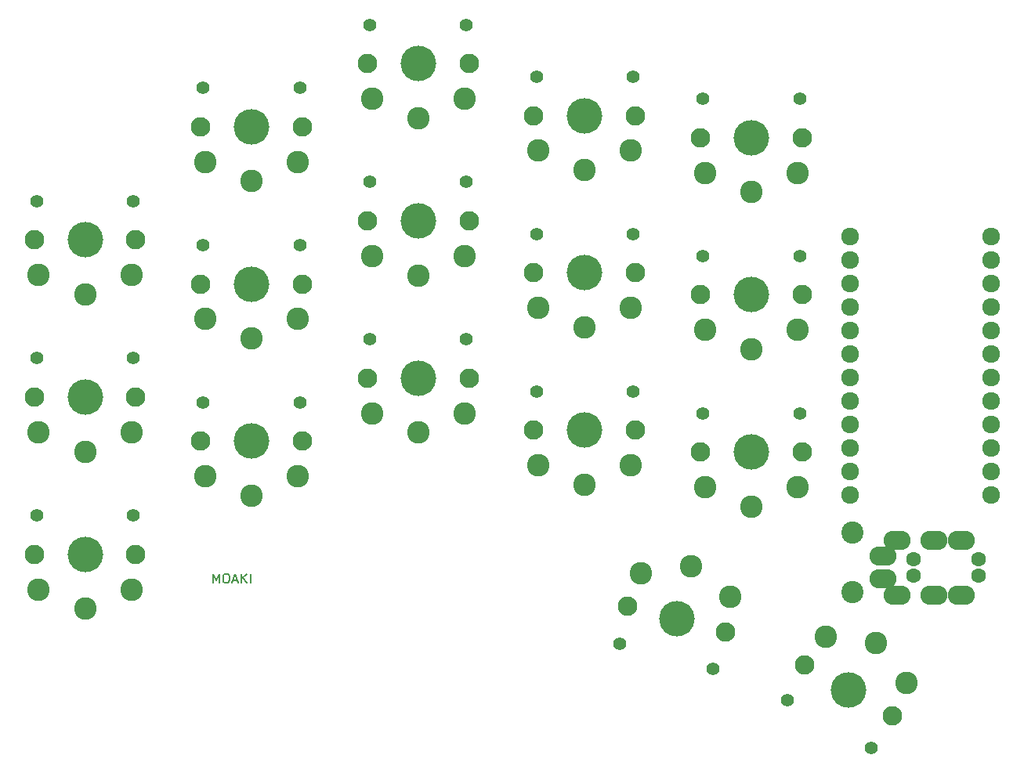
<source format=gts>
G04 #@! TF.GenerationSoftware,KiCad,Pcbnew,9.0.7*
G04 #@! TF.CreationDate,2026-02-15T11:49:42+01:00*
G04 #@! TF.ProjectId,ferris-sweep-compact,66657272-6973-42d7-9377-6565702d636f,0.1*
G04 #@! TF.SameCoordinates,Original*
G04 #@! TF.FileFunction,Soldermask,Top*
G04 #@! TF.FilePolarity,Negative*
%FSLAX46Y46*%
G04 Gerber Fmt 4.6, Leading zero omitted, Abs format (unit mm)*
G04 Created by KiCad (PCBNEW 9.0.7) date 2026-02-15 11:49:42*
%MOMM*%
%LPD*%
G01*
G04 APERTURE LIST*
%ADD10C,0.150000*%
%ADD11C,1.390600*%
%ADD12C,2.432000*%
%ADD13C,3.829000*%
%ADD14C,2.101800*%
%ADD15C,1.924000*%
%ADD16C,2.400000*%
%ADD17C,1.600000*%
%ADD18O,2.900000X2.100000*%
G04 APERTURE END LIST*
D10*
X57836779Y-79869819D02*
X57836779Y-78869819D01*
X57836779Y-78869819D02*
X58170112Y-79584104D01*
X58170112Y-79584104D02*
X58503445Y-78869819D01*
X58503445Y-78869819D02*
X58503445Y-79869819D01*
X59170112Y-78869819D02*
X59360588Y-78869819D01*
X59360588Y-78869819D02*
X59455826Y-78917438D01*
X59455826Y-78917438D02*
X59551064Y-79012676D01*
X59551064Y-79012676D02*
X59598683Y-79203152D01*
X59598683Y-79203152D02*
X59598683Y-79536485D01*
X59598683Y-79536485D02*
X59551064Y-79726961D01*
X59551064Y-79726961D02*
X59455826Y-79822200D01*
X59455826Y-79822200D02*
X59360588Y-79869819D01*
X59360588Y-79869819D02*
X59170112Y-79869819D01*
X59170112Y-79869819D02*
X59074874Y-79822200D01*
X59074874Y-79822200D02*
X58979636Y-79726961D01*
X58979636Y-79726961D02*
X58932017Y-79536485D01*
X58932017Y-79536485D02*
X58932017Y-79203152D01*
X58932017Y-79203152D02*
X58979636Y-79012676D01*
X58979636Y-79012676D02*
X59074874Y-78917438D01*
X59074874Y-78917438D02*
X59170112Y-78869819D01*
X59979636Y-79584104D02*
X60455826Y-79584104D01*
X59884398Y-79869819D02*
X60217731Y-78869819D01*
X60217731Y-78869819D02*
X60551064Y-79869819D01*
X60884398Y-79869819D02*
X60884398Y-78869819D01*
X61455826Y-79869819D02*
X61027255Y-79298390D01*
X61455826Y-78869819D02*
X60884398Y-79441247D01*
X61884398Y-79869819D02*
X61884398Y-78869819D01*
D11*
X119879347Y-92507307D03*
D12*
X132730127Y-90689103D03*
D13*
X126500000Y-91480000D03*
D12*
X124069873Y-85689103D03*
X129450000Y-86370450D03*
D11*
X128920653Y-97727307D03*
D14*
X131263140Y-94230000D03*
X121736860Y-88730000D03*
D15*
X141911400Y-42422000D03*
X141911400Y-44962000D03*
X141911400Y-47502000D03*
X141911400Y-50042000D03*
X141911400Y-52582000D03*
X141911400Y-55122000D03*
X141911400Y-57662000D03*
X141911400Y-60202000D03*
X141911400Y-62742000D03*
X141911400Y-65282000D03*
X141911400Y-67822000D03*
X141911400Y-70362000D03*
X126691400Y-70362000D03*
X126691400Y-67822000D03*
X126691400Y-65282000D03*
X126691400Y-62742000D03*
X126691400Y-60202000D03*
X126691400Y-57662000D03*
X126691400Y-55122000D03*
X126691400Y-52582000D03*
X126691400Y-50042000D03*
X126691400Y-47502000D03*
X126691400Y-44962000D03*
X126691400Y-42422000D03*
D11*
X74780000Y-36520000D03*
D12*
X85000000Y-44520000D03*
D13*
X80000000Y-40720000D03*
D12*
X75000000Y-44520000D03*
X80000000Y-46620000D03*
D11*
X85220000Y-36520000D03*
D14*
X85500000Y-40720000D03*
X74500000Y-40720000D03*
D11*
X38780000Y-38570000D03*
D12*
X49000000Y-46570000D03*
D13*
X44000000Y-42770000D03*
D12*
X39000000Y-46570000D03*
X44000000Y-48670000D03*
D11*
X49220000Y-38570000D03*
D14*
X49500000Y-42770000D03*
X38500000Y-42770000D03*
D11*
X56780000Y-26340000D03*
D12*
X67000000Y-34340000D03*
D13*
X62000000Y-30540000D03*
D12*
X57000000Y-34340000D03*
X62000000Y-36440000D03*
D11*
X67220000Y-26340000D03*
D14*
X67500000Y-30540000D03*
X56500000Y-30540000D03*
D11*
X74780000Y-19530000D03*
D12*
X85000000Y-27530000D03*
D13*
X80000000Y-23730000D03*
D12*
X75000000Y-27530000D03*
X80000000Y-29630000D03*
D11*
X85220000Y-19530000D03*
D14*
X85500000Y-23730000D03*
X74500000Y-23730000D03*
D11*
X92780000Y-25140000D03*
D12*
X103000000Y-33140000D03*
D13*
X98000000Y-29340000D03*
D12*
X93000000Y-33140000D03*
X98000000Y-35240000D03*
D11*
X103220000Y-25140000D03*
D14*
X103500000Y-29340000D03*
X92500000Y-29340000D03*
D11*
X110780000Y-27520000D03*
D12*
X121000000Y-35520000D03*
D13*
X116000000Y-31720000D03*
D12*
X111000000Y-35520000D03*
X116000000Y-37620000D03*
D11*
X121220000Y-27520000D03*
D14*
X121500000Y-31720000D03*
X110500000Y-31720000D03*
D11*
X38780000Y-55570000D03*
D12*
X49000000Y-63570000D03*
D13*
X44000000Y-59770000D03*
D12*
X39000000Y-63570000D03*
X44000000Y-65670000D03*
D11*
X49220000Y-55570000D03*
D14*
X49500000Y-59770000D03*
X38500000Y-59770000D03*
D11*
X56780000Y-43340000D03*
D12*
X67000000Y-51340000D03*
D13*
X62000000Y-47540000D03*
D12*
X57000000Y-51340000D03*
X62000000Y-53440000D03*
D11*
X67220000Y-43340000D03*
D14*
X67500000Y-47540000D03*
X56500000Y-47540000D03*
D11*
X92780000Y-42140000D03*
D12*
X103000000Y-50140000D03*
D13*
X98000000Y-46340000D03*
D12*
X93000000Y-50140000D03*
X98000000Y-52240000D03*
D11*
X103220000Y-42140000D03*
D14*
X103500000Y-46340000D03*
X92500000Y-46340000D03*
D11*
X110780000Y-44520000D03*
D12*
X121000000Y-52520000D03*
D13*
X116000000Y-48720000D03*
D12*
X111000000Y-52520000D03*
X116000000Y-54620000D03*
D11*
X121220000Y-44520000D03*
D14*
X121500000Y-48720000D03*
X110500000Y-48720000D03*
D11*
X56780000Y-60345000D03*
D12*
X67000000Y-68345000D03*
D13*
X62000000Y-64545000D03*
D12*
X57000000Y-68345000D03*
X62000000Y-70445000D03*
D11*
X67220000Y-60345000D03*
D14*
X67500000Y-64545000D03*
X56500000Y-64545000D03*
D11*
X74780000Y-53520000D03*
D12*
X85000000Y-61520000D03*
D13*
X80000000Y-57720000D03*
D12*
X75000000Y-61520000D03*
X80000000Y-63620000D03*
D11*
X85220000Y-53520000D03*
D14*
X85500000Y-57720000D03*
X74500000Y-57720000D03*
D11*
X92780000Y-59145000D03*
D12*
X103000000Y-67145000D03*
D13*
X98000000Y-63345000D03*
D12*
X93000000Y-67145000D03*
X98000000Y-69245000D03*
D11*
X103220000Y-59145000D03*
D14*
X103500000Y-63345000D03*
X92500000Y-63345000D03*
D11*
X110780000Y-61520000D03*
D12*
X121000000Y-69520000D03*
D13*
X116000000Y-65720000D03*
D12*
X111000000Y-69520000D03*
X116000000Y-71620000D03*
D11*
X121220000Y-61520000D03*
D14*
X121500000Y-65720000D03*
X110500000Y-65720000D03*
D11*
X101810827Y-86475853D03*
D12*
X113753142Y-81393577D03*
D13*
X107940000Y-83770000D03*
D12*
X104093883Y-78805387D03*
X109467032Y-78071038D03*
D11*
X111895093Y-89177924D03*
D14*
X113252592Y-85193505D03*
X102627408Y-82346495D03*
D11*
X38780000Y-72575000D03*
D12*
X49000000Y-80575000D03*
D13*
X44000000Y-76775000D03*
D12*
X39000000Y-80575000D03*
X44000000Y-82675000D03*
D11*
X49220000Y-72575000D03*
D14*
X49500000Y-76775000D03*
X38500000Y-76775000D03*
D16*
X126970000Y-74390000D03*
X126970000Y-80890000D03*
D17*
X133520000Y-77330000D03*
X140520000Y-77330000D03*
D18*
X131720000Y-75230000D03*
X130220000Y-79430000D03*
X138720000Y-75230000D03*
X135720000Y-75230000D03*
D17*
X140520000Y-79080000D03*
X133520000Y-79080000D03*
D18*
X138720000Y-81180000D03*
X135720000Y-81180000D03*
X131720000Y-81180000D03*
X130220000Y-76980000D03*
M02*

</source>
